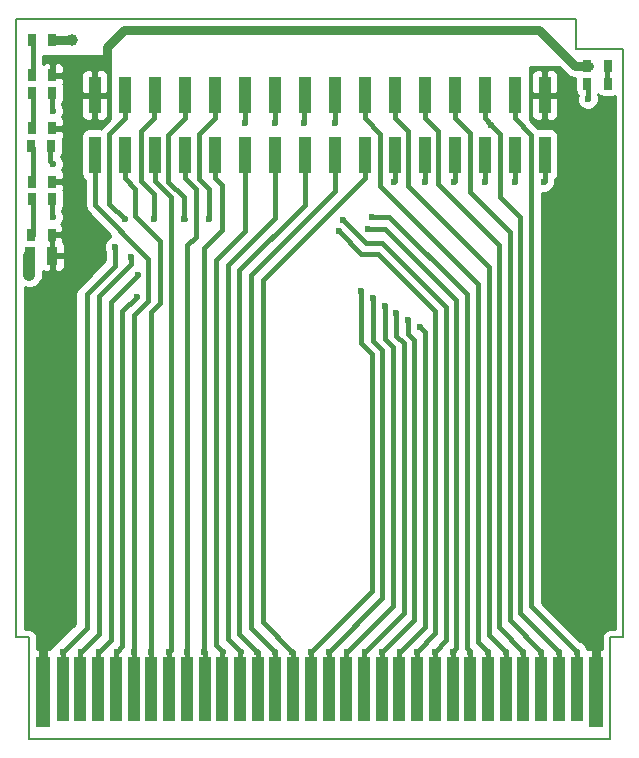
<source format=gbr>
G04 #@! TF.FileFunction,Copper,L1,Top,Signal*
%FSLAX46Y46*%
G04 Gerber Fmt 4.6, Leading zero omitted, Abs format (unit mm)*
G04 Created by KiCad (PCBNEW 4.0.7-e2-6376~60~ubuntu17.10.1) date Wed Jan 17 22:57:23 2018*
%MOMM*%
%LPD*%
G01*
G04 APERTURE LIST*
%ADD10C,0.100000*%
%ADD11C,0.150000*%
%ADD12R,1.000000X3.150000*%
%ADD13R,0.670000X1.000000*%
%ADD14R,0.970000X1.500000*%
%ADD15R,1.300000X6.000000*%
%ADD16R,1.000000X5.500000*%
%ADD17C,0.600000*%
%ADD18C,1.000000*%
%ADD19C,0.800000*%
%ADD20C,1.000000*%
%ADD21C,0.400000*%
%ADD22C,0.254000*%
G04 APERTURE END LIST*
D10*
D11*
X121700000Y-39000000D02*
X121700000Y-41600000D01*
X74300000Y-39000000D02*
X121700000Y-39000000D01*
X125700000Y-41600000D02*
X121700000Y-41600000D01*
X74300000Y-91400000D02*
X74300000Y-39000000D01*
X75400000Y-91400000D02*
X74300000Y-91400000D01*
X75400000Y-100000000D02*
X75400000Y-91400000D01*
X125700000Y-91400000D02*
X125700000Y-41600000D01*
X124600000Y-91400000D02*
X125700000Y-91400000D01*
X124600000Y-100000000D02*
X124600000Y-91400000D01*
X75400000Y-100000000D02*
X124600000Y-100000000D01*
D12*
X80950000Y-50525000D03*
X80950000Y-45475000D03*
X83490000Y-50525000D03*
X83490000Y-45475000D03*
X86030000Y-50525000D03*
X86030000Y-45475000D03*
X88570000Y-50525000D03*
X88570000Y-45475000D03*
X91110000Y-50525000D03*
X91110000Y-45475000D03*
X93650000Y-50525000D03*
X93650000Y-45475000D03*
X96190000Y-50525000D03*
X96190000Y-45475000D03*
X98730000Y-50525000D03*
X98730000Y-45475000D03*
X101270000Y-50525000D03*
X101270000Y-45475000D03*
X103810000Y-50525000D03*
X103810000Y-45475000D03*
X106350000Y-50525000D03*
X106350000Y-45475000D03*
X108890000Y-50525000D03*
X108890000Y-45475000D03*
X111430000Y-50525000D03*
X111430000Y-45475000D03*
X113970000Y-50525000D03*
X113970000Y-45475000D03*
X116510000Y-50525000D03*
X116510000Y-45475000D03*
X119050000Y-50525000D03*
X119050000Y-45475000D03*
D13*
X77375000Y-43800000D03*
X75625000Y-43800000D03*
X122675000Y-43000000D03*
X124425000Y-43000000D03*
X77325000Y-57300000D03*
X75575000Y-57300000D03*
X77375000Y-48300000D03*
X75625000Y-48300000D03*
X77375000Y-52800000D03*
X75625000Y-52800000D03*
X77375000Y-40800000D03*
X75625000Y-40800000D03*
X122625000Y-44500000D03*
X124375000Y-44500000D03*
X77375000Y-54300000D03*
X75625000Y-54300000D03*
X77375000Y-45300000D03*
X75625000Y-45300000D03*
X77275000Y-49800000D03*
X75525000Y-49800000D03*
D14*
X77355000Y-59100000D03*
X75445000Y-59100000D03*
D15*
X123400000Y-96000000D03*
D16*
X121750000Y-95750000D03*
X120250000Y-95750000D03*
X118750000Y-95750000D03*
X117250000Y-95750000D03*
X115750000Y-95750000D03*
X114250000Y-95750000D03*
X112750000Y-95750000D03*
X111250000Y-95750000D03*
X109750000Y-95750000D03*
X108250000Y-95750000D03*
X106750000Y-95750000D03*
X105250000Y-95750000D03*
X103750000Y-95750000D03*
X102250000Y-95750000D03*
X100750000Y-95750000D03*
X99250000Y-95750000D03*
X97750000Y-95750000D03*
X96250000Y-95750000D03*
X94750000Y-95750000D03*
X93250000Y-95750000D03*
X91750000Y-95750000D03*
X90250000Y-95750000D03*
X88750000Y-95750000D03*
X87250000Y-95750000D03*
X85750000Y-95750000D03*
X84250000Y-95750000D03*
X82750000Y-95750000D03*
X81250000Y-95750000D03*
X79750000Y-95750000D03*
D15*
X76600000Y-96000000D03*
D16*
X78250000Y-95750000D03*
D17*
X76600000Y-92600000D03*
D18*
X75400000Y-60700000D03*
D17*
X123400000Y-92600000D03*
D18*
X123400000Y-90200000D03*
X120500000Y-70200000D03*
X120000000Y-86300000D03*
X119900000Y-79800000D03*
X123000000Y-54100000D03*
X120900000Y-60100000D03*
X123900000Y-65500000D03*
X123900000Y-75500000D03*
X123900000Y-84000000D03*
X79000000Y-40800000D03*
D17*
X79800000Y-92600000D03*
X77400000Y-51300000D03*
X84000000Y-59200000D03*
X86000000Y-56000000D03*
X88500000Y-56000000D03*
X81300000Y-92600000D03*
X77400000Y-46800000D03*
X84600000Y-60700000D03*
X90600000Y-56000000D03*
X82800000Y-92600000D03*
X77400000Y-55800000D03*
X84499996Y-62600000D03*
X122700000Y-45800000D03*
X114520000Y-48000000D03*
X120250000Y-92600000D03*
X84300000Y-92600000D03*
X78300000Y-92600000D03*
X82700000Y-58300000D03*
X83500000Y-56000000D03*
X85700000Y-92600000D03*
X87250000Y-92600000D03*
X88800000Y-92600000D03*
X90200000Y-92600000D03*
X101600000Y-57000000D03*
X93700000Y-47800000D03*
X108250000Y-92600000D03*
X91800000Y-92600000D03*
X102006139Y-56086186D03*
X96200000Y-47800000D03*
X109750000Y-92600000D03*
X93300000Y-92600000D03*
X104100000Y-56800000D03*
X98700000Y-47800000D03*
X111250000Y-92600000D03*
X94700000Y-92600000D03*
X104400000Y-55800000D03*
X101300000Y-47800000D03*
X112750000Y-92600000D03*
X96200000Y-92600000D03*
X114250000Y-92600000D03*
X97700000Y-92600000D03*
X115750000Y-92600000D03*
X103500000Y-62100000D03*
X106300000Y-52800000D03*
X99300000Y-92600000D03*
X117250000Y-92600000D03*
X104499994Y-62700000D03*
X108900000Y-52800000D03*
X100800000Y-92600000D03*
X118750000Y-92600000D03*
X105500000Y-63300000D03*
X111400000Y-52800000D03*
X102300000Y-92600000D03*
X106499994Y-63900000D03*
X114000000Y-52800000D03*
X103800000Y-92600000D03*
X121750000Y-92600000D03*
X107507115Y-64507115D03*
X116500000Y-52800000D03*
X105300000Y-92600000D03*
X108500000Y-65100000D03*
X119000000Y-52800000D03*
X106800000Y-92600000D03*
D19*
X122800000Y-43000000D02*
X121600000Y-43000000D01*
X121600000Y-43000000D02*
X118600000Y-40000000D01*
X118600000Y-40000000D02*
X83400000Y-40000000D01*
X83400000Y-40000000D02*
X82000000Y-41400000D01*
X82000000Y-41400000D02*
X82000000Y-42500000D01*
X76600000Y-92600000D02*
X76600000Y-91500000D01*
X76600000Y-95750000D02*
X76600000Y-92600000D01*
D20*
X75400000Y-59100000D02*
X75400000Y-60700000D01*
D19*
X123400000Y-92600000D02*
X123400000Y-90200000D01*
X123400000Y-96000000D02*
X123400000Y-92600000D01*
X123400000Y-89792894D02*
X123400000Y-90200000D01*
X120000000Y-86300000D02*
X123400000Y-89700000D01*
X123400000Y-89700000D02*
X123400000Y-89792894D01*
X123900000Y-84000000D02*
X123400000Y-84500000D01*
X123400000Y-84500000D02*
X123400000Y-89792894D01*
X123900000Y-75500000D02*
X123900000Y-73600000D01*
X123900000Y-73600000D02*
X120500000Y-70200000D01*
X123900000Y-84000000D02*
X123900000Y-83800000D01*
X123900000Y-83800000D02*
X119900000Y-79800000D01*
X120900000Y-60100000D02*
X120900000Y-56200000D01*
X120900000Y-56200000D02*
X123000000Y-54100000D01*
X123900000Y-65500000D02*
X123900000Y-63100000D01*
X123900000Y-63100000D02*
X120900000Y-60100000D01*
X123900000Y-75500000D02*
X123900000Y-65500000D01*
X123900000Y-84000000D02*
X123900000Y-75500000D01*
X77300000Y-40800000D02*
X79000000Y-40800000D01*
D21*
X119050000Y-45230000D02*
X119050000Y-46230000D01*
X75750000Y-52800000D02*
X75750000Y-49950000D01*
X75750000Y-49950000D02*
X75600000Y-49800000D01*
X79800000Y-92600000D02*
X81300000Y-91100000D01*
X81300000Y-91100000D02*
X81300000Y-62459388D01*
X81300000Y-62459388D02*
X84000000Y-59759388D01*
X84000000Y-59759388D02*
X84000000Y-59200000D01*
X79750000Y-95750000D02*
X79750000Y-92650000D01*
X79750000Y-92650000D02*
X79800000Y-92600000D01*
X86000000Y-47399998D02*
X86000000Y-45505000D01*
X86000000Y-45505000D02*
X86030000Y-45475000D01*
X77200000Y-49800000D02*
X77200000Y-51100000D01*
X77200000Y-51100000D02*
X77400000Y-51300000D01*
X86000000Y-47399998D02*
X84900000Y-48499998D01*
X84900000Y-48499998D02*
X84900000Y-52778616D01*
X84900000Y-52778616D02*
X86000000Y-53878616D01*
X86000000Y-53878616D02*
X86000000Y-56000000D01*
X75750000Y-48300000D02*
X75750000Y-45350000D01*
X75750000Y-45350000D02*
X75700000Y-45300000D01*
X87200000Y-52815848D02*
X88500000Y-54115848D01*
X88570000Y-55970000D02*
X88540000Y-56000000D01*
X87200000Y-48820000D02*
X87200000Y-52815848D01*
X88570000Y-45475000D02*
X88570000Y-47450000D01*
X88540000Y-56000000D02*
X88500000Y-56000000D01*
X88500000Y-54115848D02*
X88500000Y-55575736D01*
X88570000Y-47450000D02*
X87200000Y-48820000D01*
X88500000Y-55900000D02*
X88500000Y-56000000D01*
X88500000Y-55575736D02*
X88500000Y-56000000D01*
X81300000Y-92600000D02*
X82300000Y-91600000D01*
X82300000Y-91600000D02*
X82300000Y-63000000D01*
X82300000Y-63000000D02*
X84600000Y-60700000D01*
X81250000Y-95750000D02*
X81250000Y-92650000D01*
X81250000Y-92650000D02*
X81300000Y-92600000D01*
X77300000Y-45300000D02*
X77300000Y-46700000D01*
X77300000Y-46700000D02*
X77400000Y-46800000D01*
X75700000Y-57300000D02*
X75700000Y-54300000D01*
X91110000Y-45475000D02*
X91110000Y-47450000D01*
X91110000Y-47450000D02*
X89800000Y-48760000D01*
X89800000Y-48760000D02*
X89800000Y-52598616D01*
X89800000Y-52598616D02*
X90600000Y-53398616D01*
X90600000Y-53398616D02*
X90600000Y-55575736D01*
X90600000Y-55575736D02*
X90600000Y-56000000D01*
X82800000Y-92600000D02*
X83300000Y-92100000D01*
X83300000Y-92100000D02*
X83300000Y-63799996D01*
X83300000Y-63799996D02*
X84499996Y-62600000D01*
X82750000Y-95750000D02*
X82750000Y-92650000D01*
X82750000Y-92650000D02*
X82800000Y-92600000D01*
X77300000Y-54300000D02*
X77300000Y-55700000D01*
X77300000Y-55700000D02*
X77400000Y-55800000D01*
X124300000Y-43000000D02*
X124300000Y-44500000D01*
X122700000Y-44500000D02*
X122700000Y-45800000D01*
X120250000Y-92600000D02*
X117000000Y-89350000D01*
X117000000Y-89350000D02*
X117000000Y-55800000D01*
X117000000Y-55800000D02*
X115300000Y-54100000D01*
X115300000Y-48780000D02*
X114520000Y-48000000D01*
X115300000Y-54100000D02*
X115300000Y-48780000D01*
X114520000Y-48000000D02*
X113970000Y-47450000D01*
X113970000Y-47450000D02*
X113970000Y-45475000D01*
X120250000Y-92600000D02*
X120250000Y-95750000D01*
X75750000Y-43800000D02*
X75750000Y-40850000D01*
X75750000Y-40850000D02*
X75700000Y-40800000D01*
X84300000Y-92600000D02*
X84300000Y-64131998D01*
X84300000Y-64131998D02*
X85500001Y-62931997D01*
X85500001Y-62931997D02*
X85500001Y-59332003D01*
X85500001Y-59332003D02*
X80950000Y-54782002D01*
X80950000Y-54782002D02*
X80950000Y-50525000D01*
X84250000Y-95750000D02*
X84250000Y-92650000D01*
X84250000Y-92650000D02*
X84300000Y-92600000D01*
X78300000Y-92600000D02*
X80300000Y-90600000D01*
X80300000Y-62328004D02*
X82700000Y-59928004D01*
X80300000Y-90600000D02*
X80300000Y-62328004D01*
X82700000Y-59928004D02*
X82700000Y-58300000D01*
X78250000Y-95750000D02*
X78250000Y-92650000D01*
X78250000Y-92650000D02*
X78300000Y-92600000D01*
X83500000Y-56000000D02*
X82200000Y-54700000D01*
X82200000Y-54700000D02*
X82200000Y-48740000D01*
X82200000Y-48740000D02*
X83490000Y-47450000D01*
X83490000Y-47450000D02*
X83490000Y-45475000D01*
X83490000Y-55990000D02*
X83500000Y-56000000D01*
X85700000Y-92600000D02*
X85700000Y-63863382D01*
X85700000Y-63863382D02*
X86500000Y-63063382D01*
X86500000Y-63063382D02*
X86500000Y-57832002D01*
X86500000Y-57832002D02*
X84400001Y-55732003D01*
X84400001Y-55732003D02*
X84400001Y-53410001D01*
X84400001Y-53410001D02*
X83490000Y-52500000D01*
X83490000Y-52500000D02*
X83490000Y-50525000D01*
X85750000Y-95750000D02*
X85750000Y-92650000D01*
X85750000Y-92650000D02*
X85700000Y-92600000D01*
X86030000Y-50525000D02*
X86030000Y-52777232D01*
X87400000Y-92450000D02*
X87250000Y-92600000D01*
X86030000Y-52777232D02*
X87400000Y-54147232D01*
X87400000Y-54147232D02*
X87400000Y-92450000D01*
X87250000Y-95750000D02*
X87250000Y-92600000D01*
X88800000Y-92600000D02*
X88800000Y-58200000D01*
X88800000Y-58200000D02*
X89500001Y-57499999D01*
X89500001Y-57499999D02*
X89500001Y-53430001D01*
X89500001Y-53430001D02*
X88570000Y-52500000D01*
X88570000Y-52500000D02*
X88570000Y-50525000D01*
X88750000Y-95750000D02*
X88750000Y-92650000D01*
X88750000Y-92650000D02*
X88800000Y-92600000D01*
X91110000Y-50525000D02*
X91110000Y-52500000D01*
X91110000Y-52500000D02*
X91700000Y-53090000D01*
X91700000Y-53090000D02*
X91700000Y-56900000D01*
X91700000Y-56900000D02*
X90200000Y-58400000D01*
X90200000Y-58400000D02*
X90200000Y-92600000D01*
X90250000Y-95750000D02*
X90250000Y-92650000D01*
X90250000Y-92650000D02*
X90200000Y-92600000D01*
X108250000Y-92600000D02*
X109800000Y-91050000D01*
X109800000Y-91050000D02*
X109800000Y-63800000D01*
X103500000Y-58900000D02*
X101600000Y-57000000D01*
X109800000Y-63800000D02*
X104900000Y-58900000D01*
X104900000Y-58900000D02*
X103500000Y-58900000D01*
X93700000Y-47800000D02*
X93700000Y-45525000D01*
X93700000Y-45525000D02*
X93650000Y-45475000D01*
X108250000Y-92600000D02*
X108250000Y-95750000D01*
X93650000Y-50525000D02*
X93650000Y-56950000D01*
X93650000Y-56950000D02*
X91200000Y-59400000D01*
X91200000Y-59400000D02*
X91200000Y-92000000D01*
X91200000Y-92000000D02*
X91800000Y-92600000D01*
X91750000Y-95750000D02*
X91750000Y-92650000D01*
X91750000Y-92650000D02*
X91800000Y-92600000D01*
X110700000Y-63400006D02*
X105299994Y-58000000D01*
X105299994Y-58000000D02*
X103919953Y-58000000D01*
X103919953Y-58000000D02*
X102006139Y-56086186D01*
X110700000Y-63400006D02*
X110700000Y-63400000D01*
X109750000Y-92600000D02*
X110700000Y-91650000D01*
X110700000Y-91650000D02*
X110700000Y-63400006D01*
X96200000Y-47800000D02*
X96200000Y-45485000D01*
X96200000Y-45485000D02*
X96190000Y-45475000D01*
X109750000Y-92600000D02*
X109750000Y-95750000D01*
X93300000Y-92600000D02*
X92200000Y-91500000D01*
X92200000Y-91500000D02*
X92200000Y-59900000D01*
X92200000Y-59900000D02*
X96190000Y-55910000D01*
X96190000Y-55910000D02*
X96190000Y-50525000D01*
X93250000Y-95750000D02*
X93250000Y-92650000D01*
X93250000Y-92650000D02*
X93300000Y-92600000D01*
X105500014Y-56800000D02*
X104524264Y-56800000D01*
X111549999Y-62849985D02*
X105500014Y-56800000D01*
X111549999Y-92300001D02*
X111549999Y-62849985D01*
X104524264Y-56800000D02*
X104100000Y-56800000D01*
X111250000Y-92600000D02*
X111549999Y-92300001D01*
X98700000Y-47800000D02*
X98700000Y-45505000D01*
X98700000Y-45505000D02*
X98730000Y-45475000D01*
X111250000Y-92600000D02*
X111250000Y-95750000D01*
X98730000Y-50525000D02*
X98730000Y-54770000D01*
X98730000Y-54770000D02*
X93200000Y-60300000D01*
X93200000Y-60300000D02*
X93200000Y-91100000D01*
X93200000Y-91100000D02*
X94700000Y-92600000D01*
X94750000Y-95750000D02*
X94750000Y-92650000D01*
X94750000Y-92650000D02*
X94700000Y-92600000D01*
X104824264Y-55800000D02*
X104400000Y-55800000D01*
X105899996Y-55800000D02*
X104824264Y-55800000D01*
X112450001Y-62350005D02*
X105899996Y-55800000D01*
X112450001Y-92300001D02*
X112450001Y-62350005D01*
X112750000Y-92600000D02*
X112450001Y-92300001D01*
X101300000Y-47800000D02*
X101300000Y-45505000D01*
X101300000Y-45505000D02*
X101270000Y-45475000D01*
X112750000Y-92600000D02*
X112750000Y-95750000D01*
X101270000Y-50525000D02*
X101270000Y-53630000D01*
X101270000Y-53630000D02*
X94200000Y-60700000D01*
X94200000Y-60700000D02*
X94200000Y-90600000D01*
X94200000Y-90600000D02*
X96200000Y-92600000D01*
X96250000Y-95750000D02*
X96250000Y-92650000D01*
X96250000Y-92650000D02*
X96200000Y-92600000D01*
X114250000Y-92600000D02*
X113400000Y-91750000D01*
X113400000Y-91750000D02*
X113400000Y-61500000D01*
X113400000Y-61500000D02*
X105100000Y-53200000D01*
X105100000Y-53200000D02*
X105100000Y-48740000D01*
X105100000Y-48740000D02*
X103810000Y-47450000D01*
X103810000Y-47450000D02*
X103810000Y-45475000D01*
X114250000Y-92600000D02*
X114250000Y-95750000D01*
X103810000Y-52500000D02*
X95200000Y-61110000D01*
X103810000Y-50525000D02*
X103810000Y-52500000D01*
X95200000Y-61110000D02*
X95200000Y-90100000D01*
X95200000Y-90100000D02*
X97700000Y-92600000D01*
X97750000Y-95750000D02*
X97750000Y-92650000D01*
X97750000Y-92650000D02*
X97700000Y-92600000D01*
X115750000Y-92600000D02*
X114300000Y-91150000D01*
X114300000Y-91150000D02*
X114300000Y-60000000D01*
X114300000Y-60000000D02*
X107450001Y-53150001D01*
X107450001Y-53150001D02*
X107450001Y-48550001D01*
X107450001Y-48550001D02*
X106350000Y-47450000D01*
X106350000Y-47450000D02*
X106350000Y-45475000D01*
X115750000Y-92600000D02*
X115750000Y-95750000D01*
X99300000Y-92600000D02*
X104400000Y-87500000D01*
X104400000Y-87500000D02*
X104400000Y-67400000D01*
X104400000Y-67400000D02*
X103500000Y-66500000D01*
X103500000Y-66500000D02*
X103500000Y-62100000D01*
X106350000Y-50525000D02*
X106350000Y-52750000D01*
X106350000Y-52750000D02*
X106300000Y-52800000D01*
X99250000Y-95750000D02*
X99250000Y-92650000D01*
X99250000Y-92650000D02*
X99300000Y-92600000D01*
X117250000Y-92600000D02*
X115200000Y-90550000D01*
X115200000Y-90550000D02*
X115200000Y-58200000D01*
X115200000Y-58200000D02*
X109990001Y-52990001D01*
X109990001Y-52990001D02*
X109990001Y-48550001D01*
X109990001Y-48550001D02*
X108890000Y-47450000D01*
X108890000Y-47450000D02*
X108890000Y-45475000D01*
X117250000Y-92600000D02*
X117250000Y-95750000D01*
X100800000Y-92600000D02*
X105300000Y-88100000D01*
X105300000Y-88100000D02*
X105300000Y-67100000D01*
X105300000Y-67100000D02*
X104499994Y-66299994D01*
X104499994Y-66299994D02*
X104499994Y-62700000D01*
X108890000Y-50525000D02*
X108890000Y-52790000D01*
X108890000Y-52790000D02*
X108900000Y-52800000D01*
X100750000Y-95750000D02*
X100750000Y-92650000D01*
X100750000Y-92650000D02*
X100800000Y-92600000D01*
X118750000Y-92600000D02*
X116100000Y-89950000D01*
X116100000Y-89950000D02*
X116100000Y-57100000D01*
X116100000Y-57100000D02*
X112700000Y-53700000D01*
X112700000Y-53700000D02*
X112700000Y-48720000D01*
X112700000Y-48720000D02*
X111430000Y-47450000D01*
X111430000Y-47450000D02*
X111430000Y-45475000D01*
X118750000Y-92600000D02*
X118750000Y-95750000D01*
X102300000Y-92600000D02*
X106200000Y-88700000D01*
X106200000Y-88700000D02*
X106200000Y-66800000D01*
X106200000Y-66800000D02*
X105500000Y-66100000D01*
X105500000Y-66100000D02*
X105500000Y-63300000D01*
X111430000Y-50525000D02*
X111430000Y-52770000D01*
X111430000Y-52770000D02*
X111400000Y-52800000D01*
X102250000Y-95750000D02*
X102250000Y-92650000D01*
X102250000Y-92650000D02*
X102300000Y-92600000D01*
X103800000Y-92600000D02*
X107100000Y-89300000D01*
X107100000Y-89300000D02*
X107100000Y-66500000D01*
X107100000Y-66500000D02*
X106499994Y-65899994D01*
X106499994Y-65899994D02*
X106499994Y-63900000D01*
X113970000Y-50525000D02*
X113970000Y-52770000D01*
X113970000Y-52770000D02*
X114000000Y-52800000D01*
X103750000Y-95750000D02*
X103750000Y-92650000D01*
X103750000Y-92650000D02*
X103800000Y-92600000D01*
X121750000Y-92600000D02*
X117900000Y-88750000D01*
X117900000Y-48840000D02*
X116510000Y-47450000D01*
X117900000Y-88750000D02*
X117900000Y-48840000D01*
X116510000Y-47450000D02*
X116510000Y-45475000D01*
X121750000Y-92600000D02*
X121750000Y-95750000D01*
X105300000Y-92600000D02*
X108000000Y-89900000D01*
X108000000Y-89900000D02*
X108000000Y-66200000D01*
X108000000Y-66200000D02*
X107500000Y-65700000D01*
X107500000Y-65700000D02*
X107507115Y-65692885D01*
X107507115Y-65692885D02*
X107507115Y-64507115D01*
X116510000Y-50525000D02*
X116510000Y-52790000D01*
X116510000Y-52790000D02*
X116500000Y-52800000D01*
X105250000Y-95750000D02*
X105250000Y-92650000D01*
X105250000Y-92650000D02*
X105300000Y-92600000D01*
X108900000Y-66200000D02*
X108900000Y-65500000D01*
X108900000Y-65500000D02*
X108500000Y-65100000D01*
X106800000Y-92600000D02*
X108900000Y-90500000D01*
X108900000Y-90500000D02*
X108900000Y-66200000D01*
X119050000Y-50525000D02*
X119050000Y-52750000D01*
X119050000Y-52750000D02*
X119000000Y-52800000D01*
X106750000Y-95750000D02*
X106750000Y-92650000D01*
X106750000Y-92650000D02*
X106800000Y-92600000D01*
D22*
G36*
X82273000Y-47486131D02*
X81609566Y-48149566D01*
X81500505Y-48312787D01*
X81450000Y-48302560D01*
X80450000Y-48302560D01*
X80214683Y-48346838D01*
X79998559Y-48485910D01*
X79853569Y-48698110D01*
X79802560Y-48950000D01*
X79802560Y-52100000D01*
X79846838Y-52335317D01*
X79985910Y-52551441D01*
X80115000Y-52639644D01*
X80115000Y-54782002D01*
X80178561Y-55101543D01*
X80290902Y-55269673D01*
X80359566Y-55372436D01*
X82273000Y-57285870D01*
X82273000Y-57464761D01*
X82171057Y-57506883D01*
X81907808Y-57769673D01*
X81765162Y-58113201D01*
X81764838Y-58485167D01*
X81865000Y-58727578D01*
X81865000Y-59470210D01*
X79308738Y-62111681D01*
X79281567Y-62154146D01*
X79273000Y-62200000D01*
X79273000Y-90247394D01*
X77210197Y-92310197D01*
X77182334Y-92352211D01*
X77179836Y-92365000D01*
X76885750Y-92365000D01*
X76727000Y-92523750D01*
X76727000Y-95873000D01*
X76747000Y-95873000D01*
X76747000Y-96127000D01*
X76727000Y-96127000D01*
X76727000Y-96147000D01*
X76473000Y-96147000D01*
X76473000Y-96127000D01*
X76453000Y-96127000D01*
X76453000Y-95873000D01*
X76473000Y-95873000D01*
X76473000Y-92523750D01*
X76314250Y-92365000D01*
X76110000Y-92365000D01*
X76110000Y-91400000D01*
X76055954Y-91128295D01*
X75902046Y-90897954D01*
X75671705Y-90744046D01*
X75400000Y-90690000D01*
X75010000Y-90690000D01*
X75010000Y-61767018D01*
X75173244Y-61834803D01*
X75624775Y-61835197D01*
X76042086Y-61662767D01*
X76361645Y-61343765D01*
X76534803Y-60926756D01*
X76535197Y-60475225D01*
X76535000Y-60474748D01*
X76535000Y-60398557D01*
X76743691Y-60485000D01*
X77069250Y-60485000D01*
X77228000Y-60326250D01*
X77228000Y-59227000D01*
X77482000Y-59227000D01*
X77482000Y-60326250D01*
X77640750Y-60485000D01*
X77966309Y-60485000D01*
X78199698Y-60388327D01*
X78378327Y-60209699D01*
X78475000Y-59976310D01*
X78475000Y-59385750D01*
X78316250Y-59227000D01*
X77482000Y-59227000D01*
X77228000Y-59227000D01*
X77208000Y-59227000D01*
X77208000Y-58973000D01*
X77228000Y-58973000D01*
X77228000Y-57873750D01*
X77198000Y-57843750D01*
X77198000Y-57427000D01*
X77452000Y-57427000D01*
X77452000Y-58276250D01*
X77482000Y-58306250D01*
X77482000Y-58973000D01*
X78316250Y-58973000D01*
X78475000Y-58814250D01*
X78475000Y-58223690D01*
X78378327Y-57990301D01*
X78295000Y-57906974D01*
X78295000Y-57585750D01*
X78136250Y-57427000D01*
X77452000Y-57427000D01*
X77198000Y-57427000D01*
X77178000Y-57427000D01*
X77178000Y-57173000D01*
X77198000Y-57173000D01*
X77198000Y-57153000D01*
X77452000Y-57153000D01*
X77452000Y-57173000D01*
X78136250Y-57173000D01*
X78295000Y-57014250D01*
X78295000Y-56673690D01*
X78198327Y-56440301D01*
X78140227Y-56382201D01*
X78192192Y-56330327D01*
X78334838Y-55986799D01*
X78335162Y-55614833D01*
X78193117Y-55271057D01*
X78171486Y-55249388D01*
X78306431Y-55051890D01*
X78357440Y-54800000D01*
X78357440Y-53800000D01*
X78313162Y-53564683D01*
X78297662Y-53540595D01*
X78345000Y-53426310D01*
X78345000Y-53085750D01*
X78186250Y-52927000D01*
X77502000Y-52927000D01*
X77502000Y-52947000D01*
X77248000Y-52947000D01*
X77248000Y-52927000D01*
X77228000Y-52927000D01*
X77228000Y-52673000D01*
X77248000Y-52673000D01*
X77248000Y-52653000D01*
X77502000Y-52653000D01*
X77502000Y-52673000D01*
X78186250Y-52673000D01*
X78345000Y-52514250D01*
X78345000Y-52173690D01*
X78248327Y-51940301D01*
X78165249Y-51857223D01*
X78192192Y-51830327D01*
X78334838Y-51486799D01*
X78335162Y-51114833D01*
X78193117Y-50771057D01*
X78112120Y-50689919D01*
X78206431Y-50551890D01*
X78257440Y-50300000D01*
X78257440Y-49300000D01*
X78233778Y-49174248D01*
X78248327Y-49159699D01*
X78345000Y-48926310D01*
X78345000Y-48585750D01*
X78186250Y-48427000D01*
X77502000Y-48427000D01*
X77502000Y-48447000D01*
X77248000Y-48447000D01*
X77248000Y-48427000D01*
X77228000Y-48427000D01*
X77228000Y-48173000D01*
X77248000Y-48173000D01*
X77248000Y-48153000D01*
X77502000Y-48153000D01*
X77502000Y-48173000D01*
X78186250Y-48173000D01*
X78345000Y-48014250D01*
X78345000Y-47673690D01*
X78248327Y-47440301D01*
X78165249Y-47357223D01*
X78192192Y-47330327D01*
X78334838Y-46986799D01*
X78335162Y-46614833D01*
X78193117Y-46271057D01*
X78171486Y-46249388D01*
X78306431Y-46051890D01*
X78357440Y-45800000D01*
X78357440Y-45760750D01*
X79815000Y-45760750D01*
X79815000Y-47176309D01*
X79911673Y-47409698D01*
X80090301Y-47588327D01*
X80323690Y-47685000D01*
X80664250Y-47685000D01*
X80823000Y-47526250D01*
X80823000Y-45602000D01*
X81077000Y-45602000D01*
X81077000Y-47526250D01*
X81235750Y-47685000D01*
X81576310Y-47685000D01*
X81809699Y-47588327D01*
X81988327Y-47409698D01*
X82085000Y-47176309D01*
X82085000Y-45760750D01*
X81926250Y-45602000D01*
X81077000Y-45602000D01*
X80823000Y-45602000D01*
X79973750Y-45602000D01*
X79815000Y-45760750D01*
X78357440Y-45760750D01*
X78357440Y-44800000D01*
X78313162Y-44564683D01*
X78297662Y-44540595D01*
X78345000Y-44426310D01*
X78345000Y-44085750D01*
X78186250Y-43927000D01*
X77502000Y-43927000D01*
X77502000Y-43947000D01*
X77248000Y-43947000D01*
X77248000Y-43927000D01*
X77228000Y-43927000D01*
X77228000Y-43773691D01*
X79815000Y-43773691D01*
X79815000Y-45189250D01*
X79973750Y-45348000D01*
X80823000Y-45348000D01*
X80823000Y-43423750D01*
X81077000Y-43423750D01*
X81077000Y-45348000D01*
X81926250Y-45348000D01*
X82085000Y-45189250D01*
X82085000Y-43773691D01*
X81988327Y-43540302D01*
X81809699Y-43361673D01*
X81576310Y-43265000D01*
X81235750Y-43265000D01*
X81077000Y-43423750D01*
X80823000Y-43423750D01*
X80664250Y-43265000D01*
X80323690Y-43265000D01*
X80090301Y-43361673D01*
X79911673Y-43540302D01*
X79815000Y-43773691D01*
X77228000Y-43773691D01*
X77228000Y-43673000D01*
X77248000Y-43673000D01*
X77248000Y-42823750D01*
X77502000Y-42823750D01*
X77502000Y-43673000D01*
X78186250Y-43673000D01*
X78345000Y-43514250D01*
X78345000Y-43173690D01*
X78248327Y-42940301D01*
X78069698Y-42761673D01*
X77836309Y-42665000D01*
X77660750Y-42665000D01*
X77502000Y-42823750D01*
X77248000Y-42823750D01*
X77089250Y-42665000D01*
X76913691Y-42665000D01*
X76680302Y-42761673D01*
X76585000Y-42856974D01*
X76585000Y-42127000D01*
X82273000Y-42127000D01*
X82273000Y-47486131D01*
X82273000Y-47486131D01*
G37*
X82273000Y-47486131D02*
X81609566Y-48149566D01*
X81500505Y-48312787D01*
X81450000Y-48302560D01*
X80450000Y-48302560D01*
X80214683Y-48346838D01*
X79998559Y-48485910D01*
X79853569Y-48698110D01*
X79802560Y-48950000D01*
X79802560Y-52100000D01*
X79846838Y-52335317D01*
X79985910Y-52551441D01*
X80115000Y-52639644D01*
X80115000Y-54782002D01*
X80178561Y-55101543D01*
X80290902Y-55269673D01*
X80359566Y-55372436D01*
X82273000Y-57285870D01*
X82273000Y-57464761D01*
X82171057Y-57506883D01*
X81907808Y-57769673D01*
X81765162Y-58113201D01*
X81764838Y-58485167D01*
X81865000Y-58727578D01*
X81865000Y-59470210D01*
X79308738Y-62111681D01*
X79281567Y-62154146D01*
X79273000Y-62200000D01*
X79273000Y-90247394D01*
X77210197Y-92310197D01*
X77182334Y-92352211D01*
X77179836Y-92365000D01*
X76885750Y-92365000D01*
X76727000Y-92523750D01*
X76727000Y-95873000D01*
X76747000Y-95873000D01*
X76747000Y-96127000D01*
X76727000Y-96127000D01*
X76727000Y-96147000D01*
X76473000Y-96147000D01*
X76473000Y-96127000D01*
X76453000Y-96127000D01*
X76453000Y-95873000D01*
X76473000Y-95873000D01*
X76473000Y-92523750D01*
X76314250Y-92365000D01*
X76110000Y-92365000D01*
X76110000Y-91400000D01*
X76055954Y-91128295D01*
X75902046Y-90897954D01*
X75671705Y-90744046D01*
X75400000Y-90690000D01*
X75010000Y-90690000D01*
X75010000Y-61767018D01*
X75173244Y-61834803D01*
X75624775Y-61835197D01*
X76042086Y-61662767D01*
X76361645Y-61343765D01*
X76534803Y-60926756D01*
X76535197Y-60475225D01*
X76535000Y-60474748D01*
X76535000Y-60398557D01*
X76743691Y-60485000D01*
X77069250Y-60485000D01*
X77228000Y-60326250D01*
X77228000Y-59227000D01*
X77482000Y-59227000D01*
X77482000Y-60326250D01*
X77640750Y-60485000D01*
X77966309Y-60485000D01*
X78199698Y-60388327D01*
X78378327Y-60209699D01*
X78475000Y-59976310D01*
X78475000Y-59385750D01*
X78316250Y-59227000D01*
X77482000Y-59227000D01*
X77228000Y-59227000D01*
X77208000Y-59227000D01*
X77208000Y-58973000D01*
X77228000Y-58973000D01*
X77228000Y-57873750D01*
X77198000Y-57843750D01*
X77198000Y-57427000D01*
X77452000Y-57427000D01*
X77452000Y-58276250D01*
X77482000Y-58306250D01*
X77482000Y-58973000D01*
X78316250Y-58973000D01*
X78475000Y-58814250D01*
X78475000Y-58223690D01*
X78378327Y-57990301D01*
X78295000Y-57906974D01*
X78295000Y-57585750D01*
X78136250Y-57427000D01*
X77452000Y-57427000D01*
X77198000Y-57427000D01*
X77178000Y-57427000D01*
X77178000Y-57173000D01*
X77198000Y-57173000D01*
X77198000Y-57153000D01*
X77452000Y-57153000D01*
X77452000Y-57173000D01*
X78136250Y-57173000D01*
X78295000Y-57014250D01*
X78295000Y-56673690D01*
X78198327Y-56440301D01*
X78140227Y-56382201D01*
X78192192Y-56330327D01*
X78334838Y-55986799D01*
X78335162Y-55614833D01*
X78193117Y-55271057D01*
X78171486Y-55249388D01*
X78306431Y-55051890D01*
X78357440Y-54800000D01*
X78357440Y-53800000D01*
X78313162Y-53564683D01*
X78297662Y-53540595D01*
X78345000Y-53426310D01*
X78345000Y-53085750D01*
X78186250Y-52927000D01*
X77502000Y-52927000D01*
X77502000Y-52947000D01*
X77248000Y-52947000D01*
X77248000Y-52927000D01*
X77228000Y-52927000D01*
X77228000Y-52673000D01*
X77248000Y-52673000D01*
X77248000Y-52653000D01*
X77502000Y-52653000D01*
X77502000Y-52673000D01*
X78186250Y-52673000D01*
X78345000Y-52514250D01*
X78345000Y-52173690D01*
X78248327Y-51940301D01*
X78165249Y-51857223D01*
X78192192Y-51830327D01*
X78334838Y-51486799D01*
X78335162Y-51114833D01*
X78193117Y-50771057D01*
X78112120Y-50689919D01*
X78206431Y-50551890D01*
X78257440Y-50300000D01*
X78257440Y-49300000D01*
X78233778Y-49174248D01*
X78248327Y-49159699D01*
X78345000Y-48926310D01*
X78345000Y-48585750D01*
X78186250Y-48427000D01*
X77502000Y-48427000D01*
X77502000Y-48447000D01*
X77248000Y-48447000D01*
X77248000Y-48427000D01*
X77228000Y-48427000D01*
X77228000Y-48173000D01*
X77248000Y-48173000D01*
X77248000Y-48153000D01*
X77502000Y-48153000D01*
X77502000Y-48173000D01*
X78186250Y-48173000D01*
X78345000Y-48014250D01*
X78345000Y-47673690D01*
X78248327Y-47440301D01*
X78165249Y-47357223D01*
X78192192Y-47330327D01*
X78334838Y-46986799D01*
X78335162Y-46614833D01*
X78193117Y-46271057D01*
X78171486Y-46249388D01*
X78306431Y-46051890D01*
X78357440Y-45800000D01*
X78357440Y-45760750D01*
X79815000Y-45760750D01*
X79815000Y-47176309D01*
X79911673Y-47409698D01*
X80090301Y-47588327D01*
X80323690Y-47685000D01*
X80664250Y-47685000D01*
X80823000Y-47526250D01*
X80823000Y-45602000D01*
X81077000Y-45602000D01*
X81077000Y-47526250D01*
X81235750Y-47685000D01*
X81576310Y-47685000D01*
X81809699Y-47588327D01*
X81988327Y-47409698D01*
X82085000Y-47176309D01*
X82085000Y-45760750D01*
X81926250Y-45602000D01*
X81077000Y-45602000D01*
X80823000Y-45602000D01*
X79973750Y-45602000D01*
X79815000Y-45760750D01*
X78357440Y-45760750D01*
X78357440Y-44800000D01*
X78313162Y-44564683D01*
X78297662Y-44540595D01*
X78345000Y-44426310D01*
X78345000Y-44085750D01*
X78186250Y-43927000D01*
X77502000Y-43927000D01*
X77502000Y-43947000D01*
X77248000Y-43947000D01*
X77248000Y-43927000D01*
X77228000Y-43927000D01*
X77228000Y-43773691D01*
X79815000Y-43773691D01*
X79815000Y-45189250D01*
X79973750Y-45348000D01*
X80823000Y-45348000D01*
X80823000Y-43423750D01*
X81077000Y-43423750D01*
X81077000Y-45348000D01*
X81926250Y-45348000D01*
X82085000Y-45189250D01*
X82085000Y-43773691D01*
X81988327Y-43540302D01*
X81809699Y-43361673D01*
X81576310Y-43265000D01*
X81235750Y-43265000D01*
X81077000Y-43423750D01*
X80823000Y-43423750D01*
X80664250Y-43265000D01*
X80323690Y-43265000D01*
X80090301Y-43361673D01*
X79911673Y-43540302D01*
X79815000Y-43773691D01*
X77228000Y-43773691D01*
X77228000Y-43673000D01*
X77248000Y-43673000D01*
X77248000Y-42823750D01*
X77502000Y-42823750D01*
X77502000Y-43673000D01*
X78186250Y-43673000D01*
X78345000Y-43514250D01*
X78345000Y-43173690D01*
X78248327Y-42940301D01*
X78069698Y-42761673D01*
X77836309Y-42665000D01*
X77660750Y-42665000D01*
X77502000Y-42823750D01*
X77248000Y-42823750D01*
X77089250Y-42665000D01*
X76913691Y-42665000D01*
X76680302Y-42761673D01*
X76585000Y-42856974D01*
X76585000Y-42127000D01*
X82273000Y-42127000D01*
X82273000Y-47486131D01*
G36*
X120868142Y-43731853D02*
X120868144Y-43731856D01*
X121196778Y-43951441D01*
X121203923Y-43956215D01*
X121600000Y-44035001D01*
X121600005Y-44035000D01*
X121642560Y-44035000D01*
X121642560Y-45000000D01*
X121686838Y-45235317D01*
X121825910Y-45451441D01*
X121830912Y-45454859D01*
X121765162Y-45613201D01*
X121764838Y-45985167D01*
X121906883Y-46328943D01*
X122169673Y-46592192D01*
X122513201Y-46734838D01*
X122885167Y-46735162D01*
X123228943Y-46593117D01*
X123492192Y-46330327D01*
X123634838Y-45986799D01*
X123635162Y-45614833D01*
X123552830Y-45415573D01*
X123575910Y-45451441D01*
X123788110Y-45596431D01*
X124040000Y-45647440D01*
X124710000Y-45647440D01*
X124945317Y-45603162D01*
X124990000Y-45574409D01*
X124990000Y-90690000D01*
X124600000Y-90690000D01*
X124328295Y-90744046D01*
X124097954Y-90897954D01*
X123944046Y-91128295D01*
X123890000Y-91400000D01*
X123890000Y-92365000D01*
X123685750Y-92365000D01*
X123527000Y-92523750D01*
X123527000Y-95873000D01*
X123547000Y-95873000D01*
X123547000Y-96127000D01*
X123527000Y-96127000D01*
X123527000Y-96147000D01*
X123273000Y-96147000D01*
X123273000Y-96127000D01*
X123253000Y-96127000D01*
X123253000Y-95873000D01*
X123273000Y-95873000D01*
X123273000Y-92523750D01*
X123114250Y-92365000D01*
X122664571Y-92365000D01*
X122543117Y-92071057D01*
X122280327Y-91807808D01*
X122038090Y-91707222D01*
X118827000Y-88496132D01*
X118827000Y-53734850D01*
X119185167Y-53735162D01*
X119528943Y-53593117D01*
X119792192Y-53330327D01*
X119934838Y-52986799D01*
X119935162Y-52614833D01*
X119932520Y-52608439D01*
X120001441Y-52564090D01*
X120146431Y-52351890D01*
X120197440Y-52100000D01*
X120197440Y-48950000D01*
X120153162Y-48714683D01*
X120014090Y-48498559D01*
X119801890Y-48353569D01*
X119550000Y-48302560D01*
X118550000Y-48302560D01*
X118528541Y-48306598D01*
X118490434Y-48249566D01*
X117827000Y-47586132D01*
X117827000Y-45760750D01*
X117915000Y-45760750D01*
X117915000Y-47176309D01*
X118011673Y-47409698D01*
X118190301Y-47588327D01*
X118423690Y-47685000D01*
X118764250Y-47685000D01*
X118923000Y-47526250D01*
X118923000Y-45602000D01*
X119177000Y-45602000D01*
X119177000Y-47526250D01*
X119335750Y-47685000D01*
X119676310Y-47685000D01*
X119909699Y-47588327D01*
X120088327Y-47409698D01*
X120185000Y-47176309D01*
X120185000Y-45760750D01*
X120026250Y-45602000D01*
X119177000Y-45602000D01*
X118923000Y-45602000D01*
X118073750Y-45602000D01*
X117915000Y-45760750D01*
X117827000Y-45760750D01*
X117827000Y-43773691D01*
X117915000Y-43773691D01*
X117915000Y-45189250D01*
X118073750Y-45348000D01*
X118923000Y-45348000D01*
X118923000Y-43423750D01*
X119177000Y-43423750D01*
X119177000Y-45348000D01*
X120026250Y-45348000D01*
X120185000Y-45189250D01*
X120185000Y-43773691D01*
X120088327Y-43540302D01*
X119909699Y-43361673D01*
X119676310Y-43265000D01*
X119335750Y-43265000D01*
X119177000Y-43423750D01*
X118923000Y-43423750D01*
X118764250Y-43265000D01*
X118423690Y-43265000D01*
X118190301Y-43361673D01*
X118011673Y-43540302D01*
X117915000Y-43773691D01*
X117827000Y-43773691D01*
X117827000Y-43127000D01*
X120263289Y-43127000D01*
X120868142Y-43731853D01*
X120868142Y-43731853D01*
G37*
X120868142Y-43731853D02*
X120868144Y-43731856D01*
X121196778Y-43951441D01*
X121203923Y-43956215D01*
X121600000Y-44035001D01*
X121600005Y-44035000D01*
X121642560Y-44035000D01*
X121642560Y-45000000D01*
X121686838Y-45235317D01*
X121825910Y-45451441D01*
X121830912Y-45454859D01*
X121765162Y-45613201D01*
X121764838Y-45985167D01*
X121906883Y-46328943D01*
X122169673Y-46592192D01*
X122513201Y-46734838D01*
X122885167Y-46735162D01*
X123228943Y-46593117D01*
X123492192Y-46330327D01*
X123634838Y-45986799D01*
X123635162Y-45614833D01*
X123552830Y-45415573D01*
X123575910Y-45451441D01*
X123788110Y-45596431D01*
X124040000Y-45647440D01*
X124710000Y-45647440D01*
X124945317Y-45603162D01*
X124990000Y-45574409D01*
X124990000Y-90690000D01*
X124600000Y-90690000D01*
X124328295Y-90744046D01*
X124097954Y-90897954D01*
X123944046Y-91128295D01*
X123890000Y-91400000D01*
X123890000Y-92365000D01*
X123685750Y-92365000D01*
X123527000Y-92523750D01*
X123527000Y-95873000D01*
X123547000Y-95873000D01*
X123547000Y-96127000D01*
X123527000Y-96127000D01*
X123527000Y-96147000D01*
X123273000Y-96147000D01*
X123273000Y-96127000D01*
X123253000Y-96127000D01*
X123253000Y-95873000D01*
X123273000Y-95873000D01*
X123273000Y-92523750D01*
X123114250Y-92365000D01*
X122664571Y-92365000D01*
X122543117Y-92071057D01*
X122280327Y-91807808D01*
X122038090Y-91707222D01*
X118827000Y-88496132D01*
X118827000Y-53734850D01*
X119185167Y-53735162D01*
X119528943Y-53593117D01*
X119792192Y-53330327D01*
X119934838Y-52986799D01*
X119935162Y-52614833D01*
X119932520Y-52608439D01*
X120001441Y-52564090D01*
X120146431Y-52351890D01*
X120197440Y-52100000D01*
X120197440Y-48950000D01*
X120153162Y-48714683D01*
X120014090Y-48498559D01*
X119801890Y-48353569D01*
X119550000Y-48302560D01*
X118550000Y-48302560D01*
X118528541Y-48306598D01*
X118490434Y-48249566D01*
X117827000Y-47586132D01*
X117827000Y-45760750D01*
X117915000Y-45760750D01*
X117915000Y-47176309D01*
X118011673Y-47409698D01*
X118190301Y-47588327D01*
X118423690Y-47685000D01*
X118764250Y-47685000D01*
X118923000Y-47526250D01*
X118923000Y-45602000D01*
X119177000Y-45602000D01*
X119177000Y-47526250D01*
X119335750Y-47685000D01*
X119676310Y-47685000D01*
X119909699Y-47588327D01*
X120088327Y-47409698D01*
X120185000Y-47176309D01*
X120185000Y-45760750D01*
X120026250Y-45602000D01*
X119177000Y-45602000D01*
X118923000Y-45602000D01*
X118073750Y-45602000D01*
X117915000Y-45760750D01*
X117827000Y-45760750D01*
X117827000Y-43773691D01*
X117915000Y-43773691D01*
X117915000Y-45189250D01*
X118073750Y-45348000D01*
X118923000Y-45348000D01*
X118923000Y-43423750D01*
X119177000Y-43423750D01*
X119177000Y-45348000D01*
X120026250Y-45348000D01*
X120185000Y-45189250D01*
X120185000Y-43773691D01*
X120088327Y-43540302D01*
X119909699Y-43361673D01*
X119676310Y-43265000D01*
X119335750Y-43265000D01*
X119177000Y-43423750D01*
X118923000Y-43423750D01*
X118764250Y-43265000D01*
X118423690Y-43265000D01*
X118190301Y-43361673D01*
X118011673Y-43540302D01*
X117915000Y-43773691D01*
X117827000Y-43773691D01*
X117827000Y-43127000D01*
X120263289Y-43127000D01*
X120868142Y-43731853D01*
M02*

</source>
